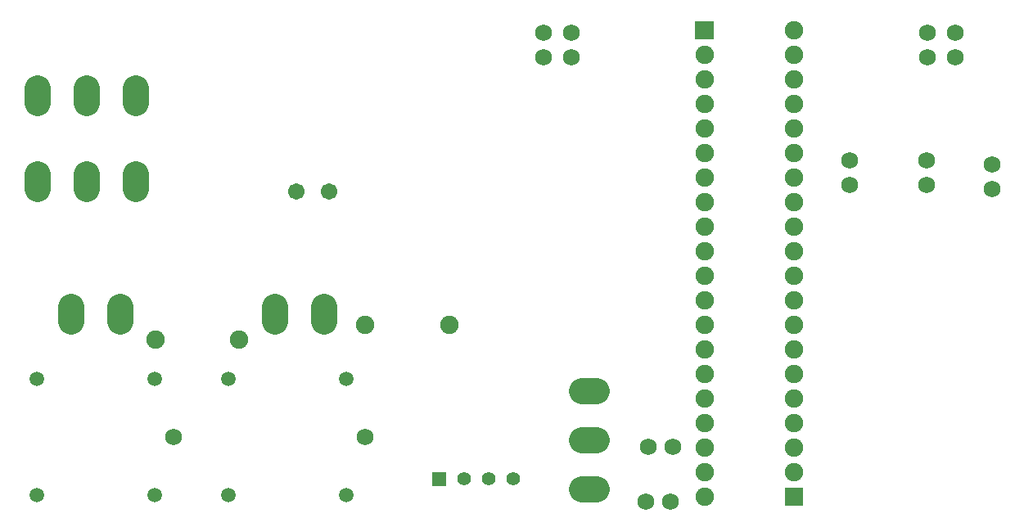
<source format=gbs>
G04 Layer: BottomSolderMaskLayer*
G04 EasyEDA v6.4.23, 2021-09-03T17:21:03+02:00*
G04 aeee774bf32f4d08b0fc01e64f25dcb3,11806c6667b54f078b534f3636c84428,10*
G04 Gerber Generator version 0.2*
G04 Scale: 100 percent, Rotated: No, Reflected: No *
G04 Dimensions in millimeters *
G04 leading zeros omitted , absolute positions ,4 integer and 5 decimal *
%FSLAX45Y45*%
%MOMM*%

%ADD31C,2.7432*%
%ADD32C,1.7272*%
%ADD35C,1.9016*%
%ADD37C,1.7032*%
%ADD41C,1.3970*%
%ADD42C,1.5032*%
%ADD43C,1.7526*%

%LPD*%
D31*
X6705600Y7899400D02*
G01*
X6858000Y7899400D01*
X6705600Y8407400D02*
G01*
X6858000Y8407400D01*
X6705600Y8915400D02*
G01*
X6858000Y8915400D01*
X4038600Y9791700D02*
G01*
X4038600Y9639300D01*
X3530600Y9639300D02*
G01*
X3530600Y9791700D01*
X1930400Y9791700D02*
G01*
X1930400Y9639300D01*
X1422400Y9639300D02*
G01*
X1422400Y9791700D01*
X2095500Y11899900D02*
G01*
X2095500Y12052300D01*
X1587500Y11899900D02*
G01*
X1587500Y12052300D01*
X1079500Y11899900D02*
G01*
X1079500Y12052300D01*
X1079500Y11163300D02*
G01*
X1079500Y11010900D01*
X1587500Y11163300D02*
G01*
X1587500Y11010900D01*
X2095500Y11163300D02*
G01*
X2095500Y11010900D01*
D32*
G01*
X7391400Y8343900D03*
G01*
X7645400Y8343900D03*
G01*
X7620000Y7772400D03*
G01*
X7366000Y7772400D03*
G01*
X10282097Y12369800D03*
G01*
X10282097Y12623800D03*
G01*
X10566400Y12369800D03*
G01*
X10566400Y12623800D03*
G01*
X6596202Y12369800D03*
G01*
X6596202Y12623800D03*
G01*
X6311900Y12369800D03*
G01*
X6311900Y12623800D03*
G36*
X8807704Y7728204D02*
G01*
X8807704Y7918195D01*
X8997695Y7918195D01*
X8997695Y7728204D01*
G37*
D35*
G01*
X8902700Y8077200D03*
G01*
X8902700Y8331200D03*
G01*
X8902700Y8585200D03*
G01*
X8902700Y8839200D03*
G01*
X8902700Y9093200D03*
G01*
X8902700Y9347200D03*
G01*
X8902700Y9601200D03*
G01*
X8902700Y9855200D03*
G01*
X8902700Y10109200D03*
G01*
X8902700Y10363200D03*
G01*
X8902700Y10617200D03*
G01*
X8902700Y10871200D03*
G01*
X8902700Y11125200D03*
G01*
X8902700Y11379200D03*
G01*
X8902700Y11633200D03*
G01*
X8902700Y11887200D03*
G01*
X8902700Y12141200D03*
G01*
X8902700Y12395200D03*
G01*
X8902700Y12649200D03*
G36*
X7880604Y12554204D02*
G01*
X7880604Y12744195D01*
X8070595Y12744195D01*
X8070595Y12554204D01*
G37*
G01*
X7975600Y12395200D03*
G01*
X7975600Y12141200D03*
G01*
X7975600Y11887200D03*
G01*
X7975600Y11633200D03*
G01*
X7975600Y11379200D03*
G01*
X7975600Y11125200D03*
G01*
X7975600Y10871200D03*
G01*
X7975600Y10617200D03*
G01*
X7975600Y10363200D03*
G01*
X7975600Y10109200D03*
G01*
X7975600Y9855200D03*
G01*
X7975600Y9601200D03*
G01*
X7975600Y9347200D03*
G01*
X7975600Y9093200D03*
G01*
X7975600Y8839200D03*
G01*
X7975600Y8585200D03*
G01*
X7975600Y8331200D03*
G01*
X7975600Y8077200D03*
G01*
X7975600Y7823200D03*
G01*
X2295499Y9448800D03*
G01*
X3165500Y9448800D03*
G01*
X4467199Y9601200D03*
G01*
X5337200Y9601200D03*
D37*
G01*
X4094302Y10985500D03*
G01*
X3754297Y10985500D03*
G36*
X5162550Y7938515D02*
G01*
X5162550Y8078215D01*
X5302250Y8078215D01*
X5302250Y7938515D01*
G37*
D41*
G01*
X5486400Y8008340D03*
G01*
X5740400Y8008340D03*
G01*
X5994400Y8008340D03*
D32*
G01*
X2488006Y8445500D03*
D42*
G01*
X2287981Y9045498D03*
G01*
X2287981Y7845501D03*
G01*
X1068019Y9045498D03*
G01*
X1068019Y7845501D03*
D32*
G01*
X4469206Y8445500D03*
D42*
G01*
X4269181Y9045498D03*
G01*
X4269181Y7845501D03*
G01*
X3049193Y9045498D03*
G01*
X3049193Y7845501D03*
D43*
G01*
X10947400Y11264900D03*
G01*
X10947400Y11010900D03*
G01*
X10274300Y11303000D03*
G01*
X10274300Y11049000D03*
G01*
X9474200Y11303000D03*
G01*
X9474200Y11049000D03*
M02*

</source>
